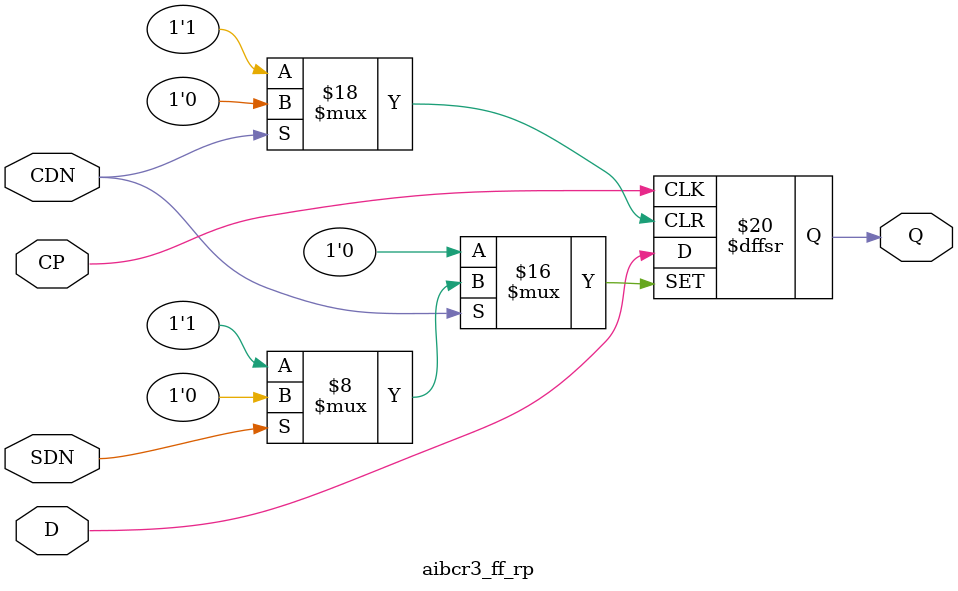
<source format=v>

module aibcr3_ff_rp ( 
	input wire CP,
	input wire CDN,
	input wire SDN,
	input wire D,
	output reg Q
);

always@(posedge CP or negedge CDN or negedge SDN) begin
	if (!CDN) begin
		Q <= 1'b0;
	end
	else if (!SDN) begin
		Q <= 1'b1;
	end
	else begin
		Q <= D;
	end
end
endmodule




</source>
